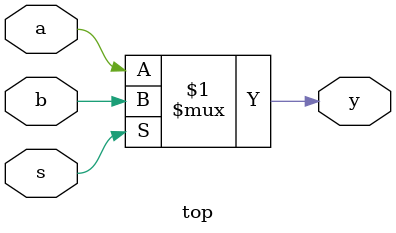
<source format=v>
module top (a, b, s, y);
    input a, b, s;
    output y;
    assign y = (s) ? b : a;
endmodule

</source>
